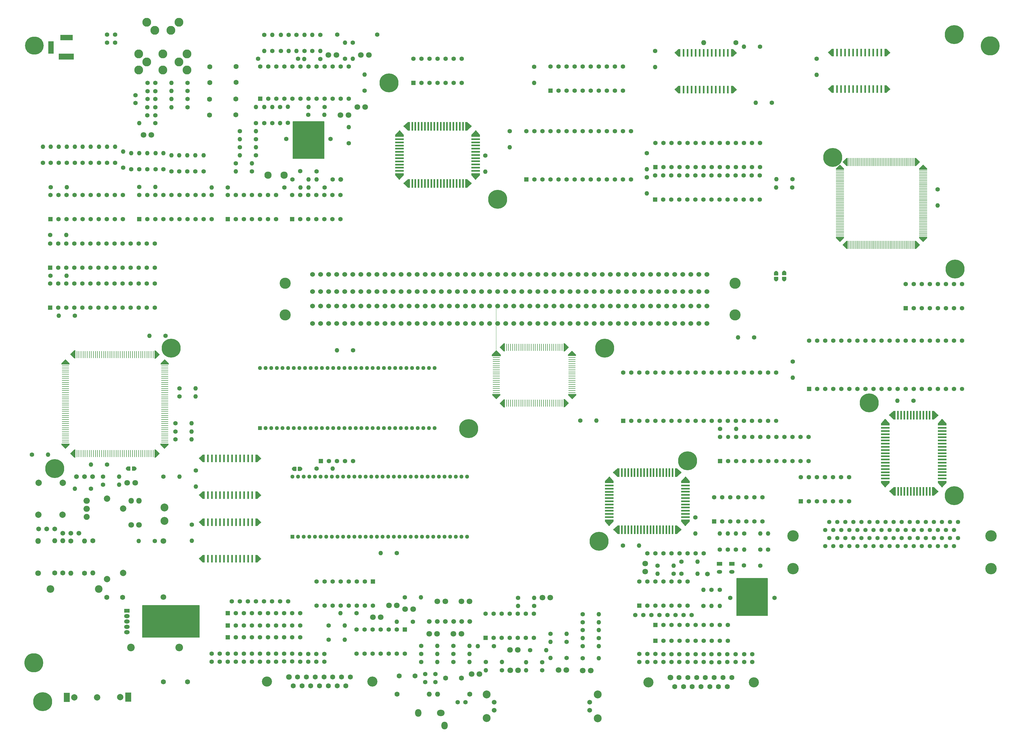
<source format=gts>
G04 #@! TF.GenerationSoftware,KiCad,Pcbnew,7.0.1-0*
G04 #@! TF.CreationDate,2023-04-10T17:15:57+01:00*
G04 #@! TF.ProjectId,NeoGeoAES3_5,4e656f47-656f-4414-9553-335f352e6b69,rev?*
G04 #@! TF.SameCoordinates,Original*
G04 #@! TF.FileFunction,Soldermask,Top*
G04 #@! TF.FilePolarity,Negative*
%FSLAX46Y46*%
G04 Gerber Fmt 4.6, Leading zero omitted, Abs format (unit mm)*
G04 Created by KiCad (PCBNEW 7.0.1-0) date 2023-04-10 17:15:57*
%MOMM*%
%LPD*%
G01*
G04 APERTURE LIST*
G04 Aperture macros list*
%AMFreePoly0*
4,1,40,0.655063,0.650106,0.670902,0.650106,0.683715,0.640796,0.698779,0.635902,0.708088,0.623088,0.720902,0.613779,0.725796,0.598715,0.735106,0.585902,0.735106,0.570063,0.740000,0.555000,0.740000,-0.555000,0.735106,-0.570063,0.735106,-0.585902,0.725796,-0.598715,0.720902,-0.613779,0.708088,-0.623088,0.698779,-0.635902,0.683715,-0.640796,0.670902,-0.650106,0.655063,-0.650106,
0.640000,-0.655000,0.000000,-0.655000,-0.014700,-0.650224,-0.078952,-0.650224,-0.232266,-0.612436,-0.372082,-0.539054,-0.490275,-0.434345,-0.579974,-0.304394,-0.635967,-0.156752,-0.655000,0.000000,-0.635967,0.156752,-0.579974,0.304394,-0.490275,0.434345,-0.372082,0.539054,-0.232266,0.612436,-0.078952,0.650224,-0.014700,0.650224,0.000000,0.655000,0.640000,0.655000,0.655063,0.650106,
0.655063,0.650106,$1*%
%AMFreePoly1*
4,1,28,-0.001450,1.452833,0.015923,1.446024,0.016143,1.445519,0.016652,1.445308,1.271607,0.187012,1.278894,0.169352,1.286204,0.151830,1.286164,0.151733,1.286204,0.151637,1.282613,0.143000,1.285750,0.143000,1.285750,-0.143000,-1.285750,-0.143000,-1.285750,0.143000,-1.285136,0.143000,-1.285807,0.144537,-1.285644,0.144952,-1.285817,0.145367,-1.278679,0.162720,-1.271842,0.180166,
-0.054775,1.444673,-0.054269,1.444893,-0.054058,1.445402,-0.036817,1.452516,-0.019706,1.459990,-0.019193,1.459788,-0.018684,1.459999,-0.001450,1.452833,-0.001450,1.452833,$1*%
%AMFreePoly2*
4,1,63,0.013112,1.573655,0.024260,1.571646,0.024773,1.571444,0.024729,1.571333,0.027389,1.570802,0.043499,1.564103,0.059712,1.557749,0.062046,1.556252,0.062096,1.556372,0.062605,1.556161,0.072074,1.549822,0.099178,1.532445,0.100170,1.531016,0.101618,1.530048,1.356573,0.271752,1.382535,0.232784,1.389748,0.215301,1.396953,0.198033,1.406204,0.152077,1.406164,0.151878,
1.406204,0.151683,1.405017,0.145733,1.405750,0.143000,1.405750,-0.143000,1.389673,-0.203000,1.345750,-0.246923,1.285750,-0.263000,-1.285750,-0.263000,-1.345750,-0.246923,-1.389673,-0.203000,-1.405750,-0.143000,-1.405750,0.142130,-1.405786,0.142295,-1.405750,0.142495,-1.405750,0.143000,-1.405548,0.143751,-1.405817,0.145084,-1.399566,0.176905,-1.397500,0.188407,-1.397337,0.188822,
-1.397234,0.188781,-1.396795,0.191017,-1.390040,0.207438,-1.383569,0.223951,-1.358301,0.263381,-0.141234,1.527888,-0.139807,1.528879,-0.138841,1.530324,-0.111549,1.548517,-0.102622,1.554721,-0.102116,1.554941,-0.102070,1.554835,-0.099829,1.556330,-0.083706,1.562982,-0.067739,1.569957,-0.065101,1.570533,-0.065146,1.570641,-0.064637,1.570852,-0.053610,1.573043,-0.021908,1.579970,
-0.020259,1.579672,-0.018619,1.579999,0.013112,1.573655,0.013112,1.573655,$1*%
%AMFreePoly3*
4,1,26,1.215375,-0.272783,1.219129,-0.293174,1.215134,-0.301521,1.215147,-0.310775,1.202071,-0.328822,1.192453,-0.348924,0.052453,-1.547298,0.035690,-1.556372,0.021661,-1.569283,0.009164,-1.570733,-0.001897,-1.576722,-0.020792,-1.574210,-0.039730,-1.576409,-0.050692,-1.570237,-0.063161,-1.568580,-0.076973,-1.555440,-0.093585,-1.546088,-1.193585,-0.350713,-1.202483,-0.331297,-1.215065,-0.314028,
-1.215078,-0.303813,-1.219334,-0.294528,-1.215375,-0.274860,-1.215375,0.282999,1.215375,0.282999,1.215375,-0.272783,1.215375,-0.272783,$1*%
%AMFreePoly4*
4,1,28,1.390750,-0.283000,1.386757,-0.283000,1.389168,-0.295879,1.385106,-0.304434,1.385106,-0.313902,1.372128,-0.331763,1.362658,-0.351709,0.022657,-1.768709,0.004737,-1.778479,-0.010624,-1.791922,-0.021775,-1.792934,-0.031605,-1.798294,-0.051846,-1.795665,-0.072174,-1.797511,-0.081789,-1.791776,-0.092894,-1.790334,-0.107726,-1.776307,-0.125254,-1.765854,-1.365254,-0.348854,-1.373217,-0.330265,
-1.385106,-0.313902,-1.385106,-0.302513,-1.389591,-0.292044,-1.387534,-0.283000,-1.390750,-0.283000,-1.390750,0.283000,1.390750,0.283000,1.390750,-0.283000,1.390750,-0.283000,$1*%
%AMFreePoly5*
4,1,32,-0.021729,1.813069,-0.011263,1.812192,0.004697,1.798420,0.023136,1.788199,1.363136,0.351199,1.372324,0.331494,1.385106,0.313902,1.385106,0.305890,1.388752,0.298754,1.388459,0.296892,1.389255,0.295186,1.386886,0.283000,1.390750,0.283000,1.390750,-0.283000,-1.390750,-0.283000,-1.390750,0.283000,-1.387691,0.283000,-1.389651,0.291352,-1.388925,0.293078,-1.389288,0.294917,
-1.385106,0.303949,-1.385106,0.313902,-1.373414,0.329994,-1.365710,0.348330,-0.125710,1.785330,-0.107681,1.796252,-0.092261,1.810632,-0.081833,1.811912,-0.072850,1.817355,-0.051843,1.815593,-0.030918,1.818163,-0.021729,1.813069,-0.021729,1.813069,$1*%
G04 Aperture macros list end*
%ADD10C,0.150000*%
%ADD11C,1.400000*%
%ADD12O,1.400000X1.400000*%
%ADD13R,1.400000X1.400000*%
%ADD14O,2.400000X2.400000*%
%ADD15C,2.400000*%
%ADD16C,1.600000*%
%ADD17O,1.600000X1.600000*%
%ADD18C,1.500000*%
%ADD19FreePoly0,180.000000*%
%ADD20FreePoly0,0.000000*%
%ADD21C,6.000000*%
%ADD22C,1.800000*%
%ADD23C,1.350000*%
%ADD24C,2.000000*%
%ADD25R,1.875396X2.889996*%
%ADD26FreePoly0,90.000000*%
%ADD27FreePoly0,270.000000*%
%ADD28O,5.900000X5.600000*%
%ADD29C,3.600000*%
%ADD30C,1.348000*%
%ADD31FreePoly1,270.000000*%
%ADD32R,0.286000X2.571500*%
%ADD33FreePoly1,90.000000*%
%ADD34FreePoly1,0.000000*%
%ADD35R,2.571500X0.286000*%
%ADD36FreePoly1,180.000000*%
%ADD37C,3.200000*%
%ADD38O,1.800000X1.800000*%
%ADD39O,6.000000X6.000000*%
%ADD40R,0.286000X2.280000*%
%ADD41FreePoly2,0.000000*%
%ADD42R,2.280000X0.286000*%
%ADD43C,3.500000*%
%ADD44C,1.524000*%
%ADD45C,2.300000*%
%ADD46R,4.820000X1.840000*%
%ADD47R,4.000000X1.800000*%
%ADD48R,1.800000X4.000000*%
%ADD49FreePoly3,270.000000*%
%ADD50R,0.565998X2.430750*%
%ADD51FreePoly3,90.000000*%
%ADD52C,1.905000*%
%ADD53O,2.000000X1.905000*%
%ADD54C,2.500000*%
%ADD55FreePoly4,0.000000*%
%ADD56R,2.781500X0.566000*%
%ADD57FreePoly5,0.000000*%
%ADD58FreePoly4,90.000000*%
%ADD59R,0.566000X2.781500*%
%ADD60FreePoly4,270.000000*%
%ADD61O,2.000000X2.400000*%
%ADD62O,2.400000X2.000000*%
%ADD63R,1.700000X1.200000*%
%ADD64O,1.700000X1.200000*%
%ADD65R,1.300000X1.300000*%
%ADD66O,1.300000X1.300000*%
%ADD67C,1.320000*%
%ADD68FreePoly5,270.000000*%
%ADD69FreePoly4,180.000000*%
%ADD70R,1.800000X1.275000*%
%ADD71O,1.800000X1.275000*%
%ADD72C,2.800000*%
G04 APERTURE END LIST*
D10*
X75320000Y-220620000D02*
X93200000Y-220620000D01*
X93200000Y-230730000D01*
X75320000Y-230730000D01*
X75320000Y-220620000D01*
G36*
X75320000Y-220620000D02*
G01*
X93200000Y-220620000D01*
X93200000Y-230730000D01*
X75320000Y-230730000D01*
X75320000Y-220620000D01*
G37*
X122780000Y-67870000D02*
X132570000Y-67870000D01*
X132570000Y-79570000D01*
X122780000Y-79570000D01*
X122780000Y-67870000D01*
G36*
X122780000Y-67870000D02*
G01*
X132570000Y-67870000D01*
X132570000Y-79570000D01*
X122780000Y-79570000D01*
X122780000Y-67870000D01*
G37*
X262813800Y-212115400D02*
X272592800Y-212115400D01*
X272592800Y-223824800D01*
X262813800Y-223824800D01*
X262813800Y-212115400D01*
G36*
X262813800Y-212115400D02*
G01*
X272592800Y-212115400D01*
X272592800Y-223824800D01*
X262813800Y-223824800D01*
X262813800Y-212115400D01*
G37*
D11*
X139200000Y-48127500D03*
D12*
X139200000Y-43047500D03*
D11*
X131447500Y-48140000D03*
D12*
X126367500Y-48140000D03*
D11*
X198887500Y-220780000D03*
D12*
X193807500Y-220780000D03*
D11*
X64130000Y-80970000D03*
D12*
X64130000Y-75890000D03*
D11*
X92137500Y-178090000D03*
D12*
X92137500Y-183170000D03*
D13*
X237190000Y-231850000D03*
D11*
X239730000Y-231850000D03*
X242270000Y-231850000D03*
X244810000Y-231850000D03*
X247350000Y-231850000D03*
X249890000Y-231850000D03*
X252430000Y-231850000D03*
X254970000Y-231850000D03*
X257510000Y-231850000D03*
X260050000Y-231850000D03*
X158122500Y-218140000D03*
D12*
X163202500Y-218140000D03*
D11*
X197652500Y-234770000D03*
D12*
X202732500Y-234770000D03*
D13*
X237140000Y-82280000D03*
D11*
X239680000Y-82280000D03*
X242220000Y-82280000D03*
X244760000Y-82280000D03*
X247300000Y-82280000D03*
X249840000Y-82280000D03*
X252380000Y-82280000D03*
X254920000Y-82280000D03*
X257460000Y-82280000D03*
X260000000Y-82280000D03*
X262540000Y-82280000D03*
X265080000Y-82280000D03*
X267620000Y-82280000D03*
X270160000Y-82280000D03*
X270160000Y-74660000D03*
X267620000Y-74660000D03*
X265080000Y-74660000D03*
X262540000Y-74660000D03*
X260000000Y-74660000D03*
X257460000Y-74660000D03*
X254920000Y-74660000D03*
X252380000Y-74660000D03*
X249840000Y-74660000D03*
X247300000Y-74660000D03*
X244760000Y-74660000D03*
X242220000Y-74660000D03*
X239680000Y-74660000D03*
X237140000Y-74660000D03*
X267742500Y-238515000D03*
X267742500Y-236015000D03*
X268317500Y-136050000D03*
D12*
X263237500Y-136050000D03*
D11*
X141690000Y-43050000D03*
D12*
X141690000Y-48130000D03*
D14*
X46280000Y-215505000D03*
D15*
X61520000Y-215505000D03*
D16*
X52650000Y-200310000D03*
D17*
X52650000Y-210470000D03*
D11*
X163260000Y-235980000D03*
D12*
X168340000Y-235980000D03*
D18*
X50130000Y-197850000D03*
X52670000Y-197850000D03*
X55210000Y-197850000D03*
D19*
X72710000Y-177500000D03*
D20*
X70740000Y-177505000D03*
D21*
X43815000Y-251053600D03*
D11*
X163260000Y-238540000D03*
D12*
X168340000Y-238540000D03*
D13*
X74305000Y-98750000D03*
D11*
X76845000Y-98750000D03*
X79385000Y-98750000D03*
X81925000Y-98750000D03*
X84465000Y-98750000D03*
X87005000Y-98750000D03*
X89545000Y-98750000D03*
X92085000Y-98750000D03*
X94625000Y-98750000D03*
X97165000Y-98750000D03*
X97165000Y-91130000D03*
X94625000Y-91130000D03*
X92085000Y-91130000D03*
X89545000Y-91130000D03*
X87005000Y-91130000D03*
X84465000Y-91130000D03*
X81925000Y-91130000D03*
X79385000Y-91130000D03*
X76845000Y-91130000D03*
X74305000Y-91130000D03*
X59029600Y-183788300D03*
D12*
X53949600Y-183788300D03*
D18*
X54490000Y-179980000D03*
X59570000Y-179980000D03*
X57030000Y-179980000D03*
D22*
X153080000Y-220660000D03*
X155580000Y-220660000D03*
D11*
X79350000Y-60770000D03*
X76850000Y-60770000D03*
D13*
X285655000Y-152295000D03*
D11*
X288195000Y-152295000D03*
X290735000Y-152295000D03*
X293275000Y-152295000D03*
X295815000Y-152295000D03*
X298355000Y-152295000D03*
X300895000Y-152295000D03*
X303435000Y-152295000D03*
X305975000Y-152295000D03*
X308515000Y-152295000D03*
X311055000Y-152295000D03*
X313595000Y-152295000D03*
X316135000Y-152295000D03*
X318675000Y-152295000D03*
X321215000Y-152295000D03*
X323755000Y-152295000D03*
X326295000Y-152295000D03*
X328835000Y-152295000D03*
X331375000Y-152295000D03*
D23*
X333915000Y-152295000D03*
D11*
X333915000Y-137055000D03*
X331375000Y-137055000D03*
X328835000Y-137055000D03*
X326295000Y-137055000D03*
X323755000Y-137055000D03*
X321215000Y-137055000D03*
X318675000Y-137055000D03*
X316135000Y-137055000D03*
X313595000Y-137055000D03*
X311055000Y-137055000D03*
X308515000Y-137055000D03*
X305975000Y-137055000D03*
X303435000Y-137055000D03*
X300895000Y-137055000D03*
X298355000Y-137055000D03*
X295815000Y-137055000D03*
X293275000Y-137055000D03*
X290735000Y-137055000D03*
X288195000Y-137055000D03*
X285655000Y-137055000D03*
X76820000Y-83020000D03*
D12*
X76820000Y-77940000D03*
D11*
X209110000Y-232190000D03*
D12*
X204030000Y-232190000D03*
D11*
X61530000Y-80970000D03*
D12*
X61530000Y-75890000D03*
D11*
X188750000Y-241120000D03*
D12*
X183670000Y-241120000D03*
D11*
X66630000Y-80970000D03*
D12*
X66630000Y-75890000D03*
D22*
X147990000Y-224410000D03*
X150490000Y-224410000D03*
D11*
X214230000Y-223400000D03*
D12*
X219310000Y-223400000D03*
D13*
X283090000Y-187790000D03*
D11*
X285630000Y-187790000D03*
X288170000Y-187790000D03*
X290710000Y-187790000D03*
X293250000Y-187790000D03*
X295790000Y-187790000D03*
X298330000Y-187790000D03*
X298330000Y-180170000D03*
X295790000Y-180170000D03*
X293250000Y-180170000D03*
X290710000Y-180170000D03*
X288170000Y-180170000D03*
X285630000Y-180170000D03*
X283090000Y-180170000D03*
X104707500Y-235925000D03*
X104707500Y-238425000D03*
D21*
X331780000Y-114490000D03*
D11*
X132740400Y-88747600D03*
D12*
X127660400Y-88747600D03*
D11*
X201430000Y-241120000D03*
D12*
X196350000Y-241120000D03*
D13*
X227020000Y-162400000D03*
D11*
X229560000Y-162400000D03*
X232100000Y-162400000D03*
X234640000Y-162400000D03*
X237180000Y-162400000D03*
X239720000Y-162400000D03*
X242260000Y-162400000D03*
X244800000Y-162400000D03*
X247340000Y-162400000D03*
X249880000Y-162400000D03*
X252420000Y-162400000D03*
X254960000Y-162400000D03*
X257500000Y-162400000D03*
X260040000Y-162400000D03*
X262580000Y-162400000D03*
X265120000Y-162400000D03*
X267660000Y-162400000D03*
X270200000Y-162400000D03*
X272740000Y-162400000D03*
D23*
X275280000Y-162400000D03*
D11*
X275280000Y-147160000D03*
X272740000Y-147160000D03*
X270200000Y-147160000D03*
X267660000Y-147160000D03*
X265120000Y-147160000D03*
X262580000Y-147160000D03*
X260040000Y-147160000D03*
X257500000Y-147160000D03*
X254960000Y-147160000D03*
X252420000Y-147160000D03*
X249880000Y-147160000D03*
X247340000Y-147160000D03*
X244800000Y-147160000D03*
X242260000Y-147160000D03*
X239720000Y-147160000D03*
X237180000Y-147160000D03*
X234640000Y-147160000D03*
X232100000Y-147160000D03*
X229560000Y-147160000D03*
X227020000Y-147160000D03*
D18*
X173520000Y-225732500D03*
X176060000Y-225732500D03*
X178600000Y-225732500D03*
D13*
X46150000Y-114010000D03*
D11*
X48690000Y-114010000D03*
X51230000Y-114010000D03*
X53770000Y-114010000D03*
X56310000Y-114010000D03*
X58850000Y-114010000D03*
X61390000Y-114010000D03*
X63930000Y-114010000D03*
X66470000Y-114010000D03*
X69010000Y-114010000D03*
X71550000Y-114010000D03*
X74090000Y-114010000D03*
X76630000Y-114010000D03*
X79170000Y-114010000D03*
X79170000Y-106390000D03*
X76630000Y-106390000D03*
X74090000Y-106390000D03*
X71550000Y-106390000D03*
X69010000Y-106390000D03*
X66470000Y-106390000D03*
X63930000Y-106390000D03*
X61390000Y-106390000D03*
X58850000Y-106390000D03*
X56310000Y-106390000D03*
X53770000Y-106390000D03*
X51230000Y-106390000D03*
X48690000Y-106390000D03*
X46150000Y-106390000D03*
D13*
X204060000Y-58160000D03*
D11*
X206600000Y-58160000D03*
X209140000Y-58160000D03*
X211680000Y-58160000D03*
X214220000Y-58160000D03*
X216760000Y-58160000D03*
X219300000Y-58160000D03*
X221840000Y-58160000D03*
X224380000Y-58160000D03*
X226920000Y-58160000D03*
X226920000Y-50540000D03*
X224380000Y-50540000D03*
X221840000Y-50540000D03*
X219300000Y-50540000D03*
X216760000Y-50540000D03*
X214220000Y-50540000D03*
X211680000Y-50540000D03*
X209140000Y-50540000D03*
X206600000Y-50540000D03*
X204060000Y-50540000D03*
X64090000Y-43010000D03*
X64090000Y-40510000D03*
D24*
X53750000Y-249650000D03*
X61000000Y-249650000D03*
X68260000Y-249640000D03*
D25*
X51420000Y-249650000D03*
X70820000Y-249640000D03*
D26*
X275280000Y-117690000D03*
D27*
X275275000Y-115720000D03*
D11*
X114950000Y-235900000D03*
X114950000Y-238400000D03*
X262572500Y-203030000D03*
D12*
X262572500Y-197950000D03*
D21*
X247310000Y-175030000D03*
D28*
X41198800Y-43967400D03*
D22*
X173420000Y-229650000D03*
X175920000Y-229650000D03*
D11*
X242900200Y-210642200D03*
D12*
X237820200Y-210642200D03*
D29*
X280570000Y-209010000D03*
X280580000Y-198750000D03*
X343100000Y-198760000D03*
X343100000Y-209030000D03*
D30*
X290790000Y-196880000D03*
X292060000Y-194340000D03*
X293330000Y-196880000D03*
X294600000Y-194340000D03*
X295870000Y-196880000D03*
X297140000Y-194340000D03*
X298410000Y-196880000D03*
X299680000Y-194340000D03*
X300950000Y-196880000D03*
X302220000Y-194340000D03*
X303490000Y-196880000D03*
X304760000Y-194340000D03*
X306030000Y-196880000D03*
X307300000Y-194340000D03*
X308570000Y-196880000D03*
X309840000Y-194340000D03*
X311110000Y-196880000D03*
X312380000Y-194340000D03*
X313650000Y-196880000D03*
X314920000Y-194340000D03*
X316190000Y-196880000D03*
X317460000Y-194340000D03*
X318730000Y-196880000D03*
X320000000Y-194340000D03*
X321270000Y-196880000D03*
X322540000Y-194340000D03*
X323810000Y-196880000D03*
X325080000Y-194340000D03*
X326350000Y-196880000D03*
X327620000Y-194340000D03*
X328890000Y-196880000D03*
X330160000Y-194340000D03*
X331430000Y-196880000D03*
X332700000Y-194340000D03*
X290790000Y-201960000D03*
X292060000Y-199420000D03*
X293330000Y-201960000D03*
X294600000Y-199420000D03*
X295870000Y-201960000D03*
X297140000Y-199420000D03*
X298410000Y-201960000D03*
X299680000Y-199420000D03*
X300950000Y-201960000D03*
X302220000Y-199420000D03*
X303490000Y-201960000D03*
X304760000Y-199420000D03*
X306030000Y-201960000D03*
X307300000Y-199420000D03*
X308570000Y-201960000D03*
X309840000Y-199420000D03*
X311110000Y-201960000D03*
X312380000Y-199420000D03*
X313650000Y-201960000D03*
X314920000Y-199420000D03*
X316190000Y-201960000D03*
X317460000Y-199420000D03*
X318730000Y-201960000D03*
X320000000Y-199420000D03*
X321270000Y-201960000D03*
X322540000Y-199420000D03*
X323810000Y-201960000D03*
X325080000Y-199420000D03*
X326350000Y-201960000D03*
X327620000Y-199420000D03*
X328890000Y-201960000D03*
X330160000Y-199420000D03*
X331430000Y-201960000D03*
X332700000Y-199420000D03*
D13*
X232080000Y-220730000D03*
D11*
X234620000Y-220730000D03*
X237160000Y-220730000D03*
X239700000Y-220730000D03*
X242240000Y-220730000D03*
X244780000Y-220730000D03*
X247320000Y-220730000D03*
X247320000Y-213110000D03*
X244780000Y-213110000D03*
X242240000Y-213110000D03*
X239700000Y-213110000D03*
X237160000Y-213110000D03*
X234620000Y-213110000D03*
X232080000Y-213110000D03*
X237100000Y-45620000D03*
D12*
X237100000Y-50700000D03*
D11*
X86950000Y-154652500D03*
D12*
X92030000Y-154652500D03*
D21*
X304680000Y-156750000D03*
D13*
X102200000Y-227000000D03*
D11*
X104740000Y-227000000D03*
X107280000Y-227000000D03*
X109820000Y-227000000D03*
X112360000Y-227000000D03*
X114900000Y-227000000D03*
X117440000Y-227000000D03*
X119980000Y-227000000D03*
X122520000Y-227000000D03*
X125060000Y-227000000D03*
D13*
X183610000Y-230860000D03*
D11*
X186150000Y-230860000D03*
X188690000Y-230860000D03*
X191230000Y-230860000D03*
X193770000Y-230860000D03*
X196310000Y-230860000D03*
X198850000Y-230860000D03*
X198850000Y-223240000D03*
X196310000Y-223240000D03*
X193770000Y-223240000D03*
X191230000Y-223240000D03*
X188690000Y-223240000D03*
X186150000Y-223240000D03*
X183610000Y-223240000D03*
X97130000Y-238410000D03*
X97130000Y-235910000D03*
D16*
X104800000Y-50545000D03*
X104800000Y-55545000D03*
D11*
X160660000Y-225830000D03*
D12*
X155580000Y-225830000D03*
D11*
X112397500Y-235905000D03*
X112397500Y-238405000D03*
D22*
X158210000Y-221855000D03*
X160710000Y-221855000D03*
D11*
X234594400Y-204260000D03*
X237134400Y-204260000D03*
X239674400Y-204260000D03*
X242214400Y-204260000D03*
X244754400Y-204260000D03*
X247294400Y-204260000D03*
X249834400Y-204260000D03*
X252374400Y-204260000D03*
D20*
X123100000Y-177525000D03*
D19*
X125070000Y-177520000D03*
D11*
X131410000Y-40520000D03*
D12*
X131410000Y-45600000D03*
D11*
X254900000Y-236060000D03*
X254900000Y-238560000D03*
D13*
X196440000Y-86210000D03*
D11*
X198980000Y-86210000D03*
X201520000Y-86210000D03*
X204060000Y-86210000D03*
X206600000Y-86210000D03*
X209140000Y-86210000D03*
X211680000Y-86210000D03*
X214220000Y-86210000D03*
X216760000Y-86210000D03*
X219300000Y-86210000D03*
X221840000Y-86210000D03*
X224380000Y-86210000D03*
X226920000Y-86210000D03*
X229460000Y-86210000D03*
X229460000Y-70970000D03*
X226920000Y-70970000D03*
X224380000Y-70970000D03*
X221840000Y-70970000D03*
X219300000Y-70970000D03*
X216760000Y-70970000D03*
X214220000Y-70970000D03*
X211680000Y-70970000D03*
X209140000Y-70970000D03*
X206600000Y-70970000D03*
X204060000Y-70970000D03*
X201520000Y-70970000D03*
X198980000Y-70970000D03*
X196440000Y-70970000D03*
D16*
X50120000Y-210440000D03*
D17*
X50120000Y-200280000D03*
D11*
X140390000Y-74737500D03*
D12*
X140390000Y-69657500D03*
D11*
X46200000Y-103762500D03*
D12*
X51280000Y-103762500D03*
D22*
X179140000Y-242340000D03*
X181640000Y-242340000D03*
D13*
X112430000Y-60710000D03*
D11*
X114970000Y-60710000D03*
X117510000Y-60710000D03*
X120050000Y-60710000D03*
X122590000Y-60710000D03*
X125130000Y-60710000D03*
X127670000Y-60710000D03*
X130210000Y-60710000D03*
X132750000Y-60710000D03*
X135290000Y-60710000D03*
X137830000Y-60710000D03*
X140370000Y-60710000D03*
X140370000Y-50550000D03*
X137830000Y-50550000D03*
X135290000Y-50550000D03*
X132750000Y-50550000D03*
X130210000Y-50550000D03*
X127670000Y-50550000D03*
X125130000Y-50550000D03*
X122590000Y-50550000D03*
X120050000Y-50550000D03*
X117510000Y-50550000D03*
X114970000Y-50550000D03*
X112430000Y-50550000D03*
D31*
X319210000Y-80690000D03*
D32*
X318710000Y-80690000D03*
X318210000Y-80690000D03*
X317710000Y-80690000D03*
X317210000Y-80690000D03*
X316710000Y-80690000D03*
X316210000Y-80690000D03*
X315710000Y-80690000D03*
X315210000Y-80690000D03*
X314710000Y-80690000D03*
X314210000Y-80690000D03*
X313710000Y-80690000D03*
X313210000Y-80690000D03*
X312710000Y-80690000D03*
X312210000Y-80690000D03*
X311710000Y-80690000D03*
X311210000Y-80690000D03*
X310710000Y-80690000D03*
X310210000Y-80690000D03*
X309710000Y-80690000D03*
X309210000Y-80690000D03*
X308710000Y-80690000D03*
X308210000Y-80690000D03*
X307710000Y-80690000D03*
X307210000Y-80690000D03*
X306710000Y-80690000D03*
X306210000Y-80690000D03*
X305710000Y-80690000D03*
X305210000Y-80690000D03*
X304710000Y-80690000D03*
X304210000Y-80690000D03*
X303710000Y-80690000D03*
X303210000Y-80690000D03*
X302710000Y-80690000D03*
X302210000Y-80690000D03*
X301710000Y-80690000D03*
X301210000Y-80690000D03*
X300710000Y-80690000D03*
X300210000Y-80690000D03*
X299710000Y-80690000D03*
X299210000Y-80690000D03*
X298710000Y-80690000D03*
X298210000Y-80690000D03*
D33*
X297710000Y-80690000D03*
D34*
X295410000Y-83000000D03*
D35*
X295410000Y-83500000D03*
X295410000Y-84000000D03*
X295410000Y-84500000D03*
X295410000Y-85000000D03*
X295410000Y-85500000D03*
X295410000Y-86000000D03*
X295410000Y-86500000D03*
X295410000Y-87000000D03*
X295410000Y-87500000D03*
X295410000Y-88000000D03*
X295410000Y-88500000D03*
X295410000Y-89000000D03*
X295410000Y-89500000D03*
X295410000Y-90000000D03*
X295410000Y-90500000D03*
X295410000Y-91000000D03*
X295410000Y-91500000D03*
X295410000Y-92000000D03*
X295410000Y-92500000D03*
X295410000Y-93000000D03*
X295410000Y-93500000D03*
X295410000Y-94000000D03*
X295410000Y-94500000D03*
X295410000Y-95000000D03*
X295410000Y-95500000D03*
X295410000Y-96000000D03*
X295410000Y-96500000D03*
X295410000Y-97000000D03*
X295410000Y-97500000D03*
X295410000Y-98000000D03*
X295410000Y-98500000D03*
X295410000Y-99000000D03*
X295410000Y-99500000D03*
X295410000Y-100000000D03*
X295410000Y-100500000D03*
X295410000Y-101000000D03*
X295410000Y-101500000D03*
X295410000Y-102000000D03*
X295410000Y-102500000D03*
X295410000Y-103000000D03*
X295410000Y-103500000D03*
X295410000Y-104000000D03*
D36*
X295410000Y-104500000D03*
D33*
X297710000Y-106870000D03*
D32*
X298210000Y-106870000D03*
X298710000Y-106870000D03*
X299210000Y-106870000D03*
X299710000Y-106870000D03*
X300210000Y-106870000D03*
X300710000Y-106870000D03*
X301210000Y-106870000D03*
X301710000Y-106870000D03*
X302210000Y-106870000D03*
X302710000Y-106870000D03*
X303210000Y-106870000D03*
X303710000Y-106870000D03*
X304210000Y-106870000D03*
X304710000Y-106870000D03*
X305210000Y-106870000D03*
X305710000Y-106870000D03*
X306210000Y-106870000D03*
X306710000Y-106870000D03*
X307210000Y-106870000D03*
X307710000Y-106870000D03*
X308210000Y-106870000D03*
X308710000Y-106870000D03*
X309210000Y-106870000D03*
X309710000Y-106870000D03*
X310210000Y-106870000D03*
X310710000Y-106870000D03*
X311210000Y-106870000D03*
X311710000Y-106870000D03*
X312210000Y-106870000D03*
X312710000Y-106870000D03*
X313210000Y-106870000D03*
X313710000Y-106870000D03*
X314210000Y-106870000D03*
X314710000Y-106870000D03*
X315210000Y-106870000D03*
X315710000Y-106870000D03*
X316210000Y-106870000D03*
X316710000Y-106870000D03*
X317210000Y-106870000D03*
X317710000Y-106870000D03*
X318210000Y-106870000D03*
X318710000Y-106870000D03*
D31*
X319210000Y-106870000D03*
D36*
X321640000Y-104510000D03*
D35*
X321640000Y-104010000D03*
X321640000Y-103510000D03*
X321640000Y-103010000D03*
X321640000Y-102510000D03*
X321640000Y-102010000D03*
X321640000Y-101510000D03*
X321640000Y-101010000D03*
X321640000Y-100510000D03*
X321640000Y-100010000D03*
X321640000Y-99510000D03*
X321640000Y-99010000D03*
X321640000Y-98510000D03*
X321640000Y-98010000D03*
X321640000Y-97510000D03*
X321640000Y-97010000D03*
X321640000Y-96510000D03*
X321640000Y-96010000D03*
X321640000Y-95510000D03*
X321640000Y-95010000D03*
X321640000Y-94510000D03*
X321640000Y-94010000D03*
X321640000Y-93510000D03*
X321640000Y-93010000D03*
X321640000Y-92510000D03*
X321640000Y-92010000D03*
X321640000Y-91510000D03*
X321640000Y-91010000D03*
X321640000Y-90510000D03*
X321640000Y-90010000D03*
X321640000Y-89510000D03*
X321640000Y-89010000D03*
X321640000Y-88510000D03*
X321640000Y-88010000D03*
X321640000Y-87510000D03*
X321640000Y-87010000D03*
X321640000Y-86510000D03*
X321640000Y-86010000D03*
X321640000Y-85510000D03*
X321640000Y-85010000D03*
X321640000Y-84510000D03*
X321640000Y-84010000D03*
X321640000Y-83510000D03*
D34*
X321640000Y-83010000D03*
D11*
X167750000Y-242341400D03*
X167750000Y-244841400D03*
X191207500Y-70990000D03*
D12*
X191207500Y-76070000D03*
D37*
X234935000Y-244950000D03*
X268235000Y-244950000D03*
D16*
X261255000Y-243450000D03*
X258485000Y-243450000D03*
X255715000Y-243450000D03*
X252945000Y-243450000D03*
X250175000Y-243450000D03*
X247405000Y-243450000D03*
X244635000Y-243450000D03*
D22*
X241865000Y-243450000D03*
D16*
X259870000Y-246290000D03*
X257100000Y-246290000D03*
X254330000Y-246290000D03*
X251560000Y-246290000D03*
X248790000Y-246290000D03*
X246020000Y-246290000D03*
X243250000Y-246290000D03*
D11*
X239667500Y-236015000D03*
X239667500Y-238515000D03*
X69150000Y-82437500D03*
D12*
X69150000Y-77357500D03*
D11*
X99647500Y-235925000D03*
X99647500Y-238425000D03*
D22*
X71755000Y-195224400D03*
D38*
X71755000Y-187604400D03*
D11*
X92000000Y-83627500D03*
D12*
X92000000Y-78547500D03*
D24*
X69180000Y-190110000D03*
X69210000Y-210440000D03*
D39*
X342823800Y-44018200D03*
D11*
X64080000Y-176207500D03*
D12*
X59000000Y-176207500D03*
D11*
X89527500Y-63380000D03*
D12*
X84447500Y-63380000D03*
D22*
X165780000Y-229650000D03*
X168280000Y-229650000D03*
D11*
X245351300Y-210667600D03*
D12*
X250431300Y-210667600D03*
D11*
X155560000Y-204137500D03*
D12*
X150480000Y-204137500D03*
D22*
X206580000Y-241070000D03*
X209080000Y-241070000D03*
D31*
X208360000Y-139170000D03*
D40*
X207710000Y-139180000D03*
X207060000Y-139180000D03*
X206410000Y-139180000D03*
X205760000Y-139180000D03*
X205110000Y-139180000D03*
X204460000Y-139180000D03*
X203810000Y-139180000D03*
X203160000Y-139180000D03*
X202510000Y-139180000D03*
X201860000Y-139180000D03*
X201210000Y-139180000D03*
X200560000Y-139180000D03*
X199910000Y-139180000D03*
X199260000Y-139180000D03*
X198610000Y-139180000D03*
X197960000Y-139180000D03*
X197310000Y-139180000D03*
X196660000Y-139180000D03*
X196010000Y-139180000D03*
X195360000Y-139180000D03*
X194710000Y-139180000D03*
X194060000Y-139180000D03*
X193410000Y-139180000D03*
X192760000Y-139180000D03*
X192110000Y-139180000D03*
X191460000Y-139180000D03*
X190810000Y-139180000D03*
X190160000Y-139180000D03*
D33*
X189510000Y-139220000D03*
D41*
X186930000Y-141770000D03*
D42*
X186950000Y-142420000D03*
X186950000Y-143070000D03*
X186950000Y-143720000D03*
X186950000Y-144370000D03*
X186950000Y-145020000D03*
X186950000Y-145670000D03*
X186950000Y-146320000D03*
X186950000Y-146970000D03*
X186950000Y-147620000D03*
X186950000Y-148270000D03*
X186950000Y-148920000D03*
X186950000Y-149570000D03*
X186950000Y-150220000D03*
X186950000Y-150870000D03*
X186950000Y-151520000D03*
X186950000Y-152170000D03*
X186950000Y-152820000D03*
X186950000Y-153470000D03*
D36*
X186990000Y-154120000D03*
D33*
X189510000Y-156870000D03*
D40*
X190160000Y-156830000D03*
X190810000Y-156830000D03*
X191460000Y-156830000D03*
X192110000Y-156830000D03*
X192760000Y-156830000D03*
X193410000Y-156830000D03*
X194060000Y-156830000D03*
X194710000Y-156830000D03*
X195360000Y-156830000D03*
X196010000Y-156830000D03*
X196660000Y-156830000D03*
X197310000Y-156830000D03*
X197960000Y-156830000D03*
X198610000Y-156830000D03*
X199260000Y-156830000D03*
X199910000Y-156830000D03*
X200560000Y-156830000D03*
X201210000Y-156830000D03*
X201860000Y-156830000D03*
X202510000Y-156830000D03*
X203160000Y-156830000D03*
X203810000Y-156830000D03*
X204460000Y-156830000D03*
X205110000Y-156830000D03*
X205760000Y-156830000D03*
X206410000Y-156830000D03*
X207060000Y-156830000D03*
X207710000Y-156830000D03*
D31*
X208360000Y-156820000D03*
D36*
X210880000Y-154120000D03*
D42*
X210840000Y-153470000D03*
X210840000Y-152820000D03*
X210840000Y-152170000D03*
X210840000Y-151520000D03*
X210840000Y-150870000D03*
X210840000Y-150220000D03*
X210840000Y-149570000D03*
X210840000Y-148920000D03*
X210840000Y-148270000D03*
X210840000Y-147620000D03*
X210840000Y-146970000D03*
X210840000Y-146320000D03*
X210840000Y-145670000D03*
X210840000Y-145020000D03*
X210840000Y-144370000D03*
X210840000Y-143720000D03*
X210840000Y-143070000D03*
X210840000Y-142420000D03*
D34*
X210820000Y-141770000D03*
D11*
X130110000Y-235960000D03*
X130110000Y-238460000D03*
D16*
X59600000Y-200240000D03*
D17*
X59600000Y-210400000D03*
D11*
X273880000Y-61960000D03*
D12*
X268800000Y-61960000D03*
D11*
X214190000Y-237332500D03*
D12*
X219270000Y-237332500D03*
D11*
X257452500Y-203022200D03*
D12*
X257452500Y-197942200D03*
D21*
X221150000Y-139460000D03*
D11*
X270230000Y-203070000D03*
D12*
X270230000Y-197990000D03*
D11*
X245351300Y-206883000D03*
D12*
X250431300Y-206883000D03*
D22*
X175960000Y-219390000D03*
X178460000Y-219390000D03*
D11*
X86910000Y-83627500D03*
D12*
X86910000Y-78547500D03*
D11*
X262497500Y-236045000D03*
X262497500Y-238545000D03*
X249767500Y-192890000D03*
D12*
X249767500Y-197970000D03*
D22*
X137790000Y-65880000D03*
X140290000Y-65880000D03*
D13*
X102225000Y-98750000D03*
D11*
X104765000Y-98750000D03*
X107305000Y-98750000D03*
X109845000Y-98750000D03*
X112385000Y-98750000D03*
X114925000Y-98750000D03*
X117465000Y-98750000D03*
X117465000Y-91130000D03*
X114925000Y-91130000D03*
X112385000Y-91130000D03*
X109845000Y-91130000D03*
X107305000Y-91130000D03*
X104765000Y-91130000D03*
X102225000Y-91130000D03*
X79337500Y-68380000D03*
D12*
X74257500Y-68380000D03*
D22*
X81920000Y-218040000D03*
X81920366Y-200300000D03*
D11*
X183667400Y-238540000D03*
D12*
X188747400Y-238540000D03*
D11*
X53940000Y-80970000D03*
D12*
X53940000Y-75890000D03*
D16*
X170950000Y-243590000D03*
X175950000Y-243590000D03*
D11*
X201430000Y-238620000D03*
D12*
X196350000Y-238620000D03*
D11*
X94600000Y-83620000D03*
D12*
X94600000Y-78540000D03*
D11*
X106032500Y-70940000D03*
D12*
X111112500Y-70940000D03*
D11*
X104770000Y-81130000D03*
D12*
X109850000Y-81130000D03*
D11*
X173442500Y-238540000D03*
D12*
X178522500Y-238540000D03*
D22*
X74218800Y-195224400D03*
D38*
X74218800Y-187604400D03*
D11*
X257550000Y-164912500D03*
D12*
X262630000Y-164912500D03*
D11*
X134040000Y-227002500D03*
D12*
X139120000Y-227002500D03*
D11*
X121407500Y-40520000D03*
D12*
X121407500Y-45600000D03*
D21*
X153050000Y-55690000D03*
D43*
X120340000Y-118940000D03*
X262270000Y-118940000D03*
D44*
X128970000Y-116140000D03*
X131510000Y-116140000D03*
X134050000Y-116140000D03*
X136590000Y-116140000D03*
X139130000Y-116140000D03*
X141670000Y-116140000D03*
X144210000Y-116140000D03*
X146750000Y-116140000D03*
X149290000Y-116140000D03*
X151830000Y-116140000D03*
X154370000Y-116140000D03*
X156910000Y-116140000D03*
X159450000Y-116140000D03*
X161990000Y-116140000D03*
X164530000Y-116140000D03*
X167070000Y-116140000D03*
X169610000Y-116140000D03*
X172150000Y-116140000D03*
X174690000Y-116140000D03*
X177230000Y-116140000D03*
X179770000Y-116140000D03*
X182310000Y-116140000D03*
X184850000Y-116140000D03*
X187390000Y-116140000D03*
X189930000Y-116140000D03*
X192470000Y-116140000D03*
X195010000Y-116140000D03*
X197550000Y-116140000D03*
X200090000Y-116140000D03*
X202630000Y-116140000D03*
X205170000Y-116140000D03*
X207710000Y-116140000D03*
X210250000Y-116140000D03*
X212790000Y-116140000D03*
X215330000Y-116140000D03*
X217870000Y-116140000D03*
X220410000Y-116140000D03*
X222950000Y-116140000D03*
X225490000Y-116140000D03*
X228030000Y-116140000D03*
X230570000Y-116140000D03*
X233110000Y-116140000D03*
X235650000Y-116140000D03*
X238190000Y-116140000D03*
X240730000Y-116140000D03*
X243270000Y-116140000D03*
X245810000Y-116140000D03*
X248350000Y-116140000D03*
X250890000Y-116140000D03*
X253430000Y-116140000D03*
X128970000Y-121600000D03*
X131510000Y-121600000D03*
X134050000Y-121600000D03*
X136590000Y-121600000D03*
X139130000Y-121600000D03*
X141670000Y-121600000D03*
X144210000Y-121600000D03*
X146750000Y-121600000D03*
X149290000Y-121600000D03*
X151830000Y-121600000D03*
X154370000Y-121600000D03*
X156910000Y-121600000D03*
X159450000Y-121600000D03*
X161990000Y-121600000D03*
X164530000Y-121600000D03*
X167070000Y-121600000D03*
X169610000Y-121600000D03*
X172150000Y-121600000D03*
X174690000Y-121600000D03*
X177230000Y-121600000D03*
X179770000Y-121600000D03*
X182310000Y-121600000D03*
X184850000Y-121600000D03*
X187390000Y-121600000D03*
X189930000Y-121600000D03*
X192470000Y-121600000D03*
X195010000Y-121600000D03*
X197550000Y-121600000D03*
X200090000Y-121600000D03*
X202630000Y-121600000D03*
X205170000Y-121600000D03*
X207710000Y-121600000D03*
X210250000Y-121600000D03*
X212790000Y-121600000D03*
X215330000Y-121600000D03*
X217870000Y-121600000D03*
X220410000Y-121600000D03*
X222950000Y-121600000D03*
X225490000Y-121600000D03*
X228030000Y-121600000D03*
X230570000Y-121600000D03*
X233110000Y-121600000D03*
X235650000Y-121600000D03*
X238190000Y-121600000D03*
X240730000Y-121600000D03*
X243270000Y-121600000D03*
X245810000Y-121600000D03*
X248350000Y-121600000D03*
X250890000Y-121600000D03*
X253430000Y-121600000D03*
D11*
X174740000Y-251190000D03*
X177240000Y-251190000D03*
D45*
X120005000Y-84800000D03*
X114925000Y-84800000D03*
D22*
X75590000Y-72150000D03*
X78090000Y-72150000D03*
D11*
X86940000Y-152140000D03*
D12*
X92020000Y-152140000D03*
D11*
X249887500Y-236045000D03*
X249887500Y-238545000D03*
X124425000Y-48116060D03*
X111795000Y-48116060D03*
X74260000Y-88532500D03*
D12*
X79340000Y-88532500D03*
D26*
X277790000Y-117660000D03*
D27*
X277785000Y-115690000D03*
D21*
X84328000Y-139450000D03*
D11*
X136715000Y-40512883D03*
X149345000Y-40512883D03*
D13*
X160760000Y-55700000D03*
D11*
X163300000Y-55700000D03*
X165840000Y-55700000D03*
X168380000Y-55700000D03*
X170920000Y-55700000D03*
X173460000Y-55700000D03*
X176000000Y-55700000D03*
X176000000Y-48080000D03*
X173460000Y-48080000D03*
X170920000Y-48080000D03*
X168380000Y-48080000D03*
X165840000Y-48080000D03*
X163300000Y-48080000D03*
X160760000Y-48080000D03*
X134630000Y-73430000D03*
X120640000Y-73430000D03*
X130250000Y-83630000D03*
X125090000Y-83550000D03*
X71700000Y-83020000D03*
D12*
X71700000Y-77940000D03*
D22*
X191320000Y-241110000D03*
X193820000Y-241110000D03*
D11*
X214230000Y-228440000D03*
D12*
X219310000Y-228440000D03*
D46*
X51275000Y-47430000D03*
D47*
X51295000Y-41440000D03*
D48*
X46395000Y-44580000D03*
D16*
X81900000Y-244760000D03*
X89510000Y-244740000D03*
X96570000Y-50595000D03*
X96570000Y-55595000D03*
D21*
X331460000Y-186000000D03*
D22*
X70480000Y-181950000D03*
X72980000Y-181950000D03*
D49*
X293220000Y-57700000D03*
D50*
X294490000Y-57700000D03*
X295760000Y-57700000D03*
X297030000Y-57700000D03*
X298300000Y-57700000D03*
X299570000Y-57700000D03*
X300840000Y-57700000D03*
X302110000Y-57700000D03*
X303380000Y-57700000D03*
X304650000Y-57700000D03*
X305920000Y-57700000D03*
X307190000Y-57700000D03*
X308460000Y-57700000D03*
D51*
X309730000Y-57700000D03*
X309730000Y-46150000D03*
D50*
X308460000Y-46150000D03*
X307190000Y-46150000D03*
X305920000Y-46150000D03*
X304650000Y-46150000D03*
X303380000Y-46150000D03*
X302110000Y-46150000D03*
X300840000Y-46150000D03*
X299570000Y-46150000D03*
X298300000Y-46150000D03*
X297030000Y-46150000D03*
X295760000Y-46150000D03*
X294490000Y-46150000D03*
D49*
X293220000Y-46150000D03*
D24*
X50090000Y-192035000D03*
X42470000Y-192035000D03*
X50120000Y-181995000D03*
X42500000Y-181995000D03*
D11*
X242207500Y-236025000D03*
X242207500Y-238525000D03*
D14*
X86910000Y-233935000D03*
D15*
X71670000Y-233935000D03*
D52*
X57650000Y-192725000D03*
D53*
X57650000Y-190185000D03*
X57650000Y-187645000D03*
D11*
X90867500Y-195200000D03*
D12*
X90867500Y-200280000D03*
D18*
X42540000Y-196530000D03*
X45080000Y-196530000D03*
X47620000Y-196530000D03*
D11*
X56440000Y-80970000D03*
D12*
X56440000Y-75890000D03*
D11*
X113720000Y-40522500D03*
D12*
X113720000Y-45602500D03*
D11*
X193802000Y-218287600D03*
D12*
X198882000Y-218287600D03*
D18*
X216454220Y-251239564D03*
X186314220Y-251239564D03*
D54*
X218944220Y-248789564D03*
X218944220Y-256259564D03*
X183894220Y-248759564D03*
X183894220Y-256229564D03*
D18*
X186314220Y-253779564D03*
X216454220Y-253779564D03*
D37*
X114555000Y-244730000D03*
X147855000Y-244730000D03*
D16*
X140875000Y-243230000D03*
X138105000Y-243230000D03*
X135335000Y-243230000D03*
X132565000Y-243230000D03*
X129795000Y-243230000D03*
X127025000Y-243230000D03*
X124255000Y-243230000D03*
D22*
X121485000Y-243230000D03*
D16*
X139490000Y-246070000D03*
X136720000Y-246070000D03*
X133950000Y-246070000D03*
X131180000Y-246070000D03*
X128410000Y-246070000D03*
X125640000Y-246070000D03*
X122870000Y-246070000D03*
D11*
X48870000Y-80970000D03*
D12*
X48870000Y-75890000D03*
D11*
X163260000Y-233400000D03*
D12*
X168340000Y-233400000D03*
D22*
X143067400Y-63373000D03*
X145567400Y-63373000D03*
D11*
X270180000Y-44290000D03*
D12*
X265100000Y-44290000D03*
D11*
X123907500Y-40530000D03*
D12*
X123907500Y-45610000D03*
D11*
X79355000Y-58377500D03*
X76855000Y-58377500D03*
D16*
X104740000Y-60815000D03*
X104740000Y-65815000D03*
D11*
X126400000Y-45600000D03*
D12*
X126400000Y-40520000D03*
D21*
X178260000Y-164810000D03*
D11*
X116270000Y-45610000D03*
D12*
X116270000Y-40530000D03*
D11*
X89477500Y-55690000D03*
D12*
X84397500Y-55690000D03*
D11*
X234600000Y-235980000D03*
X234600000Y-238480000D03*
X234467400Y-85560000D03*
D12*
X234467400Y-90640000D03*
D11*
X106052500Y-76030000D03*
D12*
X111132500Y-76030000D03*
D13*
X237190000Y-226820000D03*
D11*
X239730000Y-226820000D03*
X242270000Y-226820000D03*
X244810000Y-226820000D03*
X247350000Y-226820000D03*
X249890000Y-226820000D03*
X252430000Y-226820000D03*
X254970000Y-226820000D03*
X257510000Y-226820000D03*
X260050000Y-226820000D03*
X85690000Y-168242500D03*
D12*
X90770000Y-168242500D03*
D49*
X244805000Y-57810000D03*
D50*
X246075000Y-57810000D03*
X247345000Y-57810000D03*
X248615000Y-57810000D03*
X249885000Y-57810000D03*
X251155000Y-57810000D03*
X252425000Y-57810000D03*
X253695000Y-57810000D03*
X254965000Y-57810000D03*
X256235000Y-57810000D03*
X257505000Y-57810000D03*
X258775000Y-57810000D03*
X260045000Y-57810000D03*
D51*
X261315000Y-57810000D03*
X261315000Y-46260000D03*
D50*
X260045000Y-46260000D03*
X258775000Y-46260000D03*
X257505000Y-46260000D03*
X256235000Y-46260000D03*
X254965000Y-46260000D03*
X253695000Y-46260000D03*
X252425000Y-46260000D03*
X251155000Y-46260000D03*
X249885000Y-46260000D03*
X248615000Y-46260000D03*
X247345000Y-46260000D03*
X246075000Y-46260000D03*
D49*
X244805000Y-46260000D03*
D11*
X244720000Y-236020000D03*
X244720000Y-238520000D03*
X272742500Y-203070000D03*
D12*
X272742500Y-197990000D03*
D11*
X183507500Y-78630000D03*
D12*
X183507500Y-83710000D03*
D13*
X102200000Y-223120000D03*
D11*
X104740000Y-223120000D03*
X107280000Y-223120000D03*
X109820000Y-223120000D03*
X112360000Y-223120000D03*
X114900000Y-223120000D03*
X117440000Y-223120000D03*
X119980000Y-223120000D03*
X122520000Y-223120000D03*
X125060000Y-223120000D03*
X252440000Y-236050000D03*
X252440000Y-238550000D03*
X134040000Y-231462500D03*
D12*
X139120000Y-231462500D03*
D11*
X111112500Y-68390000D03*
D12*
X111112500Y-63310000D03*
D11*
X118687500Y-63340000D03*
D12*
X118687500Y-68420000D03*
D18*
X137810000Y-86180000D03*
D11*
X127637500Y-235955000D03*
X127637500Y-238455000D03*
X257307500Y-236055000D03*
X257307500Y-238555000D03*
X145402500Y-58210000D03*
D12*
X145402500Y-53130000D03*
D11*
X102167500Y-235925000D03*
X102167500Y-238425000D03*
X232082500Y-238475000D03*
X232082500Y-235975000D03*
X230790000Y-223730000D03*
X233330000Y-223730000D03*
X235870000Y-223730000D03*
X238410000Y-223730000D03*
X240950000Y-223730000D03*
X243490000Y-223730000D03*
X246030000Y-223730000D03*
X248570000Y-223730000D03*
D55*
X327690000Y-181600000D03*
D56*
X327690000Y-180600000D03*
X327690000Y-179600000D03*
X327690000Y-178600000D03*
X327690000Y-177600000D03*
X327690000Y-176600000D03*
X327690000Y-175600000D03*
X327690000Y-174600000D03*
X327690000Y-173600000D03*
X327690000Y-172600000D03*
X327690000Y-171600000D03*
X327690000Y-170600000D03*
X327690000Y-169600000D03*
X327690000Y-168600000D03*
X327690000Y-167600000D03*
X327690000Y-166600000D03*
X327690000Y-165600000D03*
X327690000Y-164600000D03*
D57*
X327690000Y-163600000D03*
D58*
X324730000Y-160600000D03*
D59*
X323730000Y-160600000D03*
X322730000Y-160600000D03*
X321730000Y-160600000D03*
X320730000Y-160600000D03*
X319730000Y-160600000D03*
X318730000Y-160600000D03*
X317730000Y-160600000D03*
X316730000Y-160600000D03*
X315730000Y-160600000D03*
X314730000Y-160600000D03*
X313730000Y-160600000D03*
D60*
X312730000Y-160600000D03*
D57*
X309690000Y-163610000D03*
D56*
X309690000Y-164610000D03*
X309690000Y-165610000D03*
X309690000Y-166610000D03*
X309690000Y-167610000D03*
X309690000Y-168610000D03*
X309690000Y-169610000D03*
X309690000Y-170610000D03*
X309690000Y-171610000D03*
X309690000Y-172610000D03*
X309690000Y-173610000D03*
X309690000Y-174610000D03*
X309690000Y-175610000D03*
X309690000Y-176610000D03*
X309690000Y-177610000D03*
X309690000Y-178610000D03*
X309690000Y-179610000D03*
X309690000Y-180610000D03*
D55*
X309690000Y-181610000D03*
D60*
X312750000Y-184640000D03*
D59*
X313750000Y-184640000D03*
X314750000Y-184640000D03*
X315750000Y-184640000D03*
X316750000Y-184640000D03*
X317750000Y-184640000D03*
X318750000Y-184640000D03*
X319750000Y-184640000D03*
X320750000Y-184640000D03*
X321750000Y-184640000D03*
X322750000Y-184640000D03*
X323750000Y-184640000D03*
D58*
X324750000Y-184640000D03*
D11*
X280400000Y-86117500D03*
D12*
X275320000Y-86117500D03*
D11*
X219303600Y-230960000D03*
D12*
X214223600Y-230960000D03*
D11*
X111117500Y-73480000D03*
D12*
X106037500Y-73480000D03*
D61*
X162318000Y-254575000D03*
D62*
X169418000Y-254575000D03*
D61*
X170598000Y-258535000D03*
D13*
X237110000Y-92510000D03*
D11*
X239650000Y-92510000D03*
X242190000Y-92510000D03*
X244730000Y-92510000D03*
X247270000Y-92510000D03*
X249810000Y-92510000D03*
X252350000Y-92510000D03*
X254890000Y-92510000D03*
X257430000Y-92510000D03*
X259970000Y-92510000D03*
X262510000Y-92510000D03*
X265050000Y-92510000D03*
X267590000Y-92510000D03*
X270130000Y-92510000D03*
X270130000Y-84890000D03*
X267590000Y-84890000D03*
X265050000Y-84890000D03*
X262510000Y-84890000D03*
X259970000Y-84890000D03*
X257430000Y-84890000D03*
X254890000Y-84890000D03*
X252350000Y-84890000D03*
X249810000Y-84890000D03*
X247270000Y-84890000D03*
X244730000Y-84890000D03*
X242190000Y-84890000D03*
X239650000Y-84890000D03*
X237110000Y-84890000D03*
X237820200Y-208108300D03*
D12*
X242900200Y-208108300D03*
D11*
X118930000Y-45607500D03*
D12*
X118930000Y-40527500D03*
D21*
X187380000Y-92490000D03*
D13*
X147980000Y-213070000D03*
D11*
X145440000Y-213070000D03*
X142900000Y-213070000D03*
X140360000Y-213070000D03*
X137820000Y-213070000D03*
X135280000Y-213070000D03*
X132740000Y-213070000D03*
X130200000Y-213070000D03*
X130200000Y-220690000D03*
X132740000Y-220690000D03*
X135280000Y-220690000D03*
X137820000Y-220690000D03*
X140360000Y-220690000D03*
X142900000Y-220690000D03*
X145440000Y-220690000D03*
X147980000Y-220690000D03*
X326240000Y-89350000D03*
D12*
X326240000Y-94430000D03*
D11*
X122605800Y-86182200D03*
D12*
X127685800Y-86182200D03*
D11*
X132702500Y-238435000D03*
X132702500Y-235935000D03*
X62822500Y-182530000D03*
D12*
X67902500Y-182530000D03*
D22*
X191270000Y-234740000D03*
X193770000Y-234740000D03*
D11*
X89487500Y-58280000D03*
D12*
X84407500Y-58280000D03*
D11*
X85680000Y-163182500D03*
D12*
X90760000Y-163182500D03*
D22*
X42341800Y-210515200D03*
D38*
X42341800Y-200355200D03*
D11*
X127640000Y-65802500D03*
D12*
X132720000Y-65802500D03*
D11*
X76835000Y-65932500D03*
X79335000Y-65932500D03*
D49*
X94655000Y-205945000D03*
D50*
X95925000Y-205945000D03*
X97195000Y-205945000D03*
X98465000Y-205945000D03*
X99735000Y-205945000D03*
X101005000Y-205945000D03*
X102275000Y-205945000D03*
X103545000Y-205945000D03*
X104815000Y-205945000D03*
X106085000Y-205945000D03*
X107355000Y-205945000D03*
X108625000Y-205945000D03*
X109895000Y-205945000D03*
D51*
X111165000Y-205945000D03*
X111165000Y-194395000D03*
D50*
X109895000Y-194395000D03*
X108625000Y-194395000D03*
X107355000Y-194395000D03*
X106085000Y-194395000D03*
X104815000Y-194395000D03*
X103545000Y-194395000D03*
X102275000Y-194395000D03*
X101005000Y-194395000D03*
X99735000Y-194395000D03*
X98465000Y-194395000D03*
X97195000Y-194395000D03*
X95925000Y-194395000D03*
D49*
X94655000Y-194395000D03*
D11*
X43840000Y-80970000D03*
D12*
X43840000Y-75890000D03*
D11*
X142870000Y-223137500D03*
D12*
X137790000Y-223137500D03*
D11*
X117477500Y-235895000D03*
X117477500Y-238395000D03*
X85690000Y-165760000D03*
D12*
X90770000Y-165760000D03*
D11*
X51410000Y-80970000D03*
D12*
X51410000Y-75890000D03*
D11*
X82530000Y-135597500D03*
D12*
X77450000Y-135597500D03*
D63*
X257435000Y-207518000D03*
D64*
X257435000Y-210058000D03*
D11*
X109800000Y-235920000D03*
X109800000Y-238420000D03*
D65*
X112404000Y-164720000D03*
D66*
X114182000Y-164720000D03*
X115960000Y-164720000D03*
X117738000Y-164720000D03*
X119516000Y-164720000D03*
X121294000Y-164720000D03*
X123072000Y-164720000D03*
X124850000Y-164720000D03*
X126628000Y-164720000D03*
X128406000Y-164720000D03*
X130184000Y-164720000D03*
X131962000Y-164720000D03*
X133740000Y-164720000D03*
X135518000Y-164720000D03*
X137296000Y-164720000D03*
X139074000Y-164720000D03*
X140852000Y-164720000D03*
X142630000Y-164720000D03*
X144408000Y-164720000D03*
X146186000Y-164720000D03*
X147964000Y-164720000D03*
X149742000Y-164720000D03*
X151520000Y-164720000D03*
X153298000Y-164720000D03*
X155076000Y-164720000D03*
X156854000Y-164720000D03*
X158632000Y-164720000D03*
X160410000Y-164720000D03*
X162188000Y-164720000D03*
X163966000Y-164720000D03*
X165744000Y-164720000D03*
X167522000Y-164720000D03*
X167522000Y-145720000D03*
X165744000Y-145720000D03*
X163966000Y-145720000D03*
X162188000Y-145720000D03*
X160410000Y-145720000D03*
X158632000Y-145720000D03*
X156854000Y-145720000D03*
X155076000Y-145720000D03*
X153298000Y-145720000D03*
X151520000Y-145720000D03*
X149742000Y-145720000D03*
X147964000Y-145720000D03*
X146186000Y-145720000D03*
X144408000Y-145720000D03*
X142630000Y-145720000D03*
X140852000Y-145720000D03*
X139074000Y-145720000D03*
X137296000Y-145720000D03*
X135518000Y-145720000D03*
X133740000Y-145720000D03*
X131962000Y-145720000D03*
X130184000Y-145720000D03*
X128406000Y-145720000D03*
X126628000Y-145720000D03*
X124850000Y-145720000D03*
X123072000Y-145720000D03*
X121294000Y-145720000D03*
X119516000Y-145720000D03*
X117738000Y-145720000D03*
X115960000Y-145720000D03*
X114182000Y-145720000D03*
X112404000Y-145720000D03*
D22*
X214250000Y-241180000D03*
X216750000Y-241180000D03*
D13*
X257570000Y-175110000D03*
D11*
X260110000Y-175110000D03*
X262650000Y-175110000D03*
X265190000Y-175110000D03*
X267730000Y-175110000D03*
X270270000Y-175110000D03*
X272810000Y-175110000D03*
X275350000Y-175110000D03*
X277890000Y-175110000D03*
X280430000Y-175110000D03*
X282970000Y-175110000D03*
X285510000Y-175110000D03*
X285510000Y-167490000D03*
X282970000Y-167490000D03*
X280430000Y-167490000D03*
X277890000Y-167490000D03*
X275350000Y-167490000D03*
X272810000Y-167490000D03*
X270270000Y-167490000D03*
X267730000Y-167490000D03*
X265190000Y-167490000D03*
X262650000Y-167490000D03*
D67*
X260110000Y-167490000D03*
D11*
X257570000Y-167490000D03*
X79390000Y-83020000D03*
D12*
X79390000Y-77940000D03*
D11*
X318617600Y-156083000D03*
D12*
X313537600Y-156083000D03*
D11*
X53940000Y-129230000D03*
D12*
X48860000Y-129230000D03*
D18*
X165830000Y-225752500D03*
X168370000Y-225752500D03*
X170910000Y-225752500D03*
D22*
X133980000Y-46900000D03*
X136480000Y-46900000D03*
D11*
X132750000Y-63330000D03*
D12*
X127670000Y-63330000D03*
D60*
X225610000Y-196740000D03*
D59*
X226610000Y-196740000D03*
X227610000Y-196740000D03*
X228610000Y-196740000D03*
X229610000Y-196740000D03*
X230610000Y-196740000D03*
X231610000Y-196740000D03*
X232610000Y-196740000D03*
X233610000Y-196740000D03*
X234610000Y-196740000D03*
X235610000Y-196740000D03*
X236610000Y-196740000D03*
X237610000Y-196740000D03*
X238610000Y-196740000D03*
X239610000Y-196740000D03*
X240610000Y-196740000D03*
X241610000Y-196740000D03*
X242610000Y-196740000D03*
D68*
X243610000Y-196740000D03*
D55*
X246610000Y-193780000D03*
D56*
X246610000Y-192780000D03*
X246610000Y-191780000D03*
X246610000Y-190780000D03*
X246610000Y-189780000D03*
X246610000Y-188780000D03*
X246610000Y-187780000D03*
X246610000Y-186780000D03*
X246610000Y-185780000D03*
X246610000Y-184780000D03*
X246610000Y-183780000D03*
X246610000Y-182780000D03*
D69*
X246610000Y-181780000D03*
D68*
X243600000Y-178740000D03*
D59*
X242600000Y-178740000D03*
X241600000Y-178740000D03*
X240600000Y-178740000D03*
X239600000Y-178740000D03*
X238600000Y-178740000D03*
X237600000Y-178740000D03*
X236600000Y-178740000D03*
X235600000Y-178740000D03*
X234600000Y-178740000D03*
X233600000Y-178740000D03*
X232600000Y-178740000D03*
X231600000Y-178740000D03*
X230600000Y-178740000D03*
X229600000Y-178740000D03*
X228600000Y-178740000D03*
X227600000Y-178740000D03*
X226600000Y-178740000D03*
D60*
X225600000Y-178740000D03*
D69*
X222570000Y-181800000D03*
D56*
X222570000Y-182800000D03*
X222570000Y-183800000D03*
X222570000Y-184800000D03*
X222570000Y-185800000D03*
X222570000Y-186800000D03*
X222570000Y-187800000D03*
X222570000Y-188800000D03*
X222570000Y-189800000D03*
X222570000Y-190800000D03*
X222570000Y-191800000D03*
X222570000Y-192800000D03*
D55*
X222570000Y-193800000D03*
D21*
X47590000Y-177430000D03*
D11*
X173442500Y-233400000D03*
D12*
X178522500Y-233400000D03*
D11*
X247300000Y-236030000D03*
X247300000Y-238530000D03*
X257479800Y-215734900D03*
D12*
X257479800Y-220814900D03*
D60*
X159430000Y-87440000D03*
D59*
X160430000Y-87440000D03*
X161430000Y-87440000D03*
X162430000Y-87440000D03*
X163430000Y-87440000D03*
X164430000Y-87440000D03*
X165430000Y-87440000D03*
X166430000Y-87440000D03*
X167430000Y-87440000D03*
X168430000Y-87440000D03*
X169430000Y-87440000D03*
X170430000Y-87440000D03*
X171430000Y-87440000D03*
X172430000Y-87440000D03*
X173430000Y-87440000D03*
X174430000Y-87440000D03*
X175430000Y-87440000D03*
X176430000Y-87440000D03*
D68*
X177430000Y-87440000D03*
D55*
X180430000Y-84480000D03*
D56*
X180430000Y-83480000D03*
X180430000Y-82480000D03*
X180430000Y-81480000D03*
X180430000Y-80480000D03*
X180430000Y-79480000D03*
X180430000Y-78480000D03*
X180430000Y-77480000D03*
X180430000Y-76480000D03*
X180430000Y-75480000D03*
X180430000Y-74480000D03*
X180430000Y-73480000D03*
D69*
X180430000Y-72480000D03*
D68*
X177420000Y-69440000D03*
D59*
X176420000Y-69440000D03*
X175420000Y-69440000D03*
X174420000Y-69440000D03*
X173420000Y-69440000D03*
X172420000Y-69440000D03*
X171420000Y-69440000D03*
X170420000Y-69440000D03*
X169420000Y-69440000D03*
X168420000Y-69440000D03*
X167420000Y-69440000D03*
X166420000Y-69440000D03*
X165420000Y-69440000D03*
X164420000Y-69440000D03*
X163420000Y-69440000D03*
X162420000Y-69440000D03*
X161420000Y-69440000D03*
X160420000Y-69440000D03*
D60*
X159420000Y-69440000D03*
D69*
X156390000Y-72500000D03*
D56*
X156390000Y-73500000D03*
X156390000Y-74500000D03*
X156390000Y-75500000D03*
X156390000Y-76500000D03*
X156390000Y-77500000D03*
X156390000Y-78500000D03*
X156390000Y-79500000D03*
X156390000Y-80500000D03*
X156390000Y-81500000D03*
X156390000Y-82500000D03*
X156390000Y-83500000D03*
D55*
X156390000Y-84500000D03*
D22*
X144230000Y-46880000D03*
X146730000Y-46880000D03*
D16*
X262550000Y-43050000D03*
D17*
X252390000Y-43050000D03*
D13*
X46230000Y-98750000D03*
D11*
X48770000Y-98750000D03*
X51310000Y-98750000D03*
X53850000Y-98750000D03*
X56390000Y-98750000D03*
X58930000Y-98750000D03*
X61470000Y-98750000D03*
X64010000Y-98750000D03*
X66550000Y-98750000D03*
X69090000Y-98750000D03*
X69090000Y-91130000D03*
X66550000Y-91130000D03*
X64010000Y-91130000D03*
X61470000Y-91130000D03*
X58930000Y-91130000D03*
X56390000Y-91130000D03*
X53850000Y-91130000D03*
X51310000Y-91130000D03*
X48770000Y-91130000D03*
X46230000Y-91130000D03*
X102200000Y-88697500D03*
D12*
X97120000Y-88697500D03*
D70*
X70408800Y-222333400D03*
D71*
X70408800Y-224033400D03*
X70408800Y-225733400D03*
X70408800Y-227433400D03*
X70408800Y-229133400D03*
D11*
X84410000Y-83617500D03*
D12*
X84410000Y-78537500D03*
D11*
X120000000Y-235880000D03*
X120000000Y-238380000D03*
X89507500Y-60810000D03*
D12*
X84427500Y-60810000D03*
D11*
X125080000Y-235950000D03*
X125080000Y-238450000D03*
X226890000Y-201752500D03*
D12*
X231970000Y-201752500D03*
D11*
X214223600Y-233510000D03*
D12*
X219303600Y-233510000D03*
D11*
X141740000Y-140117500D03*
D12*
X136660000Y-140117500D03*
D72*
X74130000Y-46540000D03*
X81750000Y-46540000D03*
X89370000Y-46540000D03*
X76670000Y-49080000D03*
X86830000Y-49080000D03*
X74130000Y-51620000D03*
X89370000Y-51620000D03*
X81750000Y-51620000D03*
X76660000Y-36540000D03*
X79200000Y-39080000D03*
X84280000Y-39080000D03*
X86820000Y-36540000D03*
D54*
X82210000Y-193940000D03*
X82200000Y-189740000D03*
D13*
X46150000Y-126680000D03*
D11*
X48690000Y-126680000D03*
X51230000Y-126680000D03*
X53770000Y-126680000D03*
X56310000Y-126680000D03*
X58850000Y-126680000D03*
X61390000Y-126680000D03*
X63930000Y-126680000D03*
X66470000Y-126680000D03*
X69010000Y-126680000D03*
X71550000Y-126680000D03*
X74090000Y-126680000D03*
X76630000Y-126680000D03*
X79170000Y-126680000D03*
X79170000Y-119060000D03*
X76630000Y-119060000D03*
X74090000Y-119060000D03*
X71550000Y-119060000D03*
X69010000Y-119060000D03*
X66470000Y-119060000D03*
X63930000Y-119060000D03*
X61390000Y-119060000D03*
X58850000Y-119060000D03*
X56310000Y-119060000D03*
X53770000Y-119060000D03*
X51230000Y-119060000D03*
X48690000Y-119060000D03*
X46150000Y-119060000D03*
X79197200Y-200329800D03*
D12*
X74117200Y-200329800D03*
D11*
X164500000Y-242340000D03*
X164500000Y-244840000D03*
X40436800Y-173050200D03*
D12*
X45516800Y-173050200D03*
D11*
X260750000Y-218260000D03*
X274740000Y-218260000D03*
X265130000Y-208060000D03*
X270290000Y-208140000D03*
X280507500Y-143720000D03*
D12*
X280507500Y-148800000D03*
D11*
X79345000Y-63417500D03*
X76845000Y-63417500D03*
X73062500Y-62095000D03*
X73062500Y-59595000D03*
X113712500Y-68400000D03*
D12*
X113712500Y-63320000D03*
D16*
X47570000Y-210440000D03*
D17*
X47570000Y-200280000D03*
D11*
X252304300Y-220802200D03*
D12*
X252304300Y-215722200D03*
D11*
X81880000Y-180012500D03*
D12*
X86960000Y-180012500D03*
D22*
X233914400Y-207443200D03*
X233914400Y-209943200D03*
D11*
X109847500Y-83630000D03*
D12*
X104767500Y-83630000D03*
D11*
X46340000Y-80970000D03*
D12*
X46340000Y-75890000D03*
D39*
X41021000Y-238785400D03*
D16*
X155670000Y-248650000D03*
D17*
X165830000Y-248650000D03*
D21*
X331470000Y-40450000D03*
D24*
X64130000Y-186950000D03*
X64130000Y-212350000D03*
D11*
X120065800Y-88728300D03*
D12*
X125145800Y-88728300D03*
D16*
X156280000Y-242910000D03*
X161280000Y-242910000D03*
D11*
X213470000Y-162310000D03*
D12*
X218550000Y-162310000D03*
D11*
X173442500Y-235980000D03*
D12*
X178522500Y-235980000D03*
D11*
X66637500Y-40515000D03*
X66637500Y-43015000D03*
X116282500Y-68390000D03*
D12*
X116282500Y-63310000D03*
D11*
X81860000Y-83020000D03*
D12*
X81860000Y-77940000D03*
D11*
X46220000Y-116552500D03*
D12*
X51300000Y-116552500D03*
D11*
X79375000Y-55757500D03*
X76875000Y-55757500D03*
X265176000Y-197942200D03*
D12*
X265176000Y-203022200D03*
D11*
X46290000Y-88612500D03*
D12*
X51370000Y-88612500D03*
D11*
X288037500Y-48120000D03*
D12*
X288037500Y-53200000D03*
D13*
X131580000Y-175060000D03*
D11*
X134120000Y-175060000D03*
X136660000Y-175060000D03*
X139200000Y-175060000D03*
X141740000Y-175060000D03*
X74290000Y-83020000D03*
D12*
X74290000Y-77940000D03*
D11*
X107257500Y-235925000D03*
X107257500Y-238425000D03*
X111117500Y-78580000D03*
D12*
X106037500Y-78580000D03*
D11*
X121184100Y-68326800D03*
D12*
X121184100Y-63246800D03*
D49*
X94670000Y-185810000D03*
D50*
X95940000Y-185810000D03*
X97210000Y-185810000D03*
X98480000Y-185810000D03*
X99750000Y-185810000D03*
X101020000Y-185810000D03*
X102290000Y-185810000D03*
X103560000Y-185810000D03*
X104830000Y-185810000D03*
X106100000Y-185810000D03*
X107370000Y-185810000D03*
X108640000Y-185810000D03*
X109910000Y-185810000D03*
D51*
X111180000Y-185810000D03*
X111180000Y-174260000D03*
D50*
X109910000Y-174260000D03*
X108640000Y-174260000D03*
X107370000Y-174260000D03*
X106100000Y-174260000D03*
X104830000Y-174260000D03*
X103560000Y-174260000D03*
X102290000Y-174260000D03*
X101020000Y-174260000D03*
X99750000Y-174260000D03*
X98480000Y-174260000D03*
X97210000Y-174260000D03*
X95940000Y-174260000D03*
D49*
X94670000Y-174260000D03*
D11*
X122517500Y-235875000D03*
X122517500Y-238375000D03*
X280380000Y-88737500D03*
D12*
X275300000Y-88737500D03*
D11*
X62822500Y-180010000D03*
D12*
X67902500Y-180010000D03*
D11*
X265150000Y-236030000D03*
X265150000Y-238530000D03*
X259820000Y-236050000D03*
X259820000Y-238550000D03*
D13*
X316165000Y-126870000D03*
D11*
X318705000Y-126870000D03*
X321245000Y-126870000D03*
X323785000Y-126870000D03*
X326325000Y-126870000D03*
X328865000Y-126870000D03*
X331405000Y-126870000D03*
X333945000Y-126870000D03*
X333945000Y-119250000D03*
X331405000Y-119250000D03*
X328865000Y-119250000D03*
X326325000Y-119250000D03*
X323785000Y-119250000D03*
X321245000Y-119250000D03*
X318705000Y-119250000D03*
X316165000Y-119250000D03*
X259990000Y-203022200D03*
D12*
X259990000Y-197942200D03*
D11*
X204072500Y-229650000D03*
D12*
X209152500Y-229650000D03*
D22*
X201510000Y-218230000D03*
X204010000Y-218230000D03*
D63*
X261295800Y-207543400D03*
D64*
X261295800Y-210083400D03*
D34*
X51000000Y-144420000D03*
D42*
X51010000Y-145070000D03*
X51010000Y-145720000D03*
X51010000Y-146370000D03*
X51010000Y-147020000D03*
X51010000Y-147670000D03*
X51010000Y-148320000D03*
X51010000Y-148970000D03*
X51010000Y-149620000D03*
X51010000Y-150270000D03*
X51010000Y-150920000D03*
X51010000Y-151570000D03*
X51010000Y-152220000D03*
X51010000Y-152870000D03*
X51010000Y-153520000D03*
X51010000Y-154170000D03*
X51010000Y-154820000D03*
X51010000Y-155470000D03*
X51010000Y-156120000D03*
X51010000Y-156770000D03*
X51010000Y-157420000D03*
X51010000Y-158070000D03*
X51010000Y-158720000D03*
X51010000Y-159370000D03*
X51010000Y-160020000D03*
X51010000Y-160670000D03*
X51010000Y-161320000D03*
X51010000Y-161970000D03*
X51010000Y-162620000D03*
X51010000Y-163270000D03*
X51010000Y-163920000D03*
X51010000Y-164570000D03*
X51010000Y-165220000D03*
X51010000Y-165870000D03*
X51010000Y-166520000D03*
X51010000Y-167170000D03*
X51010000Y-167820000D03*
X51010000Y-168470000D03*
X51010000Y-169120000D03*
D36*
X50960000Y-169770000D03*
D33*
X53950000Y-172700000D03*
D40*
X54600000Y-172750000D03*
X55250000Y-172750000D03*
X55900000Y-172750000D03*
X56550000Y-172750000D03*
X57200000Y-172750000D03*
X57850000Y-172750000D03*
X58500000Y-172750000D03*
X59150000Y-172750000D03*
X59800000Y-172750000D03*
X60450000Y-172750000D03*
X61100000Y-172750000D03*
X61750000Y-172750000D03*
X62400000Y-172750000D03*
X63050000Y-172750000D03*
X63700000Y-172750000D03*
X64350000Y-172750000D03*
X65000000Y-172750000D03*
X65650000Y-172750000D03*
X66300000Y-172750000D03*
X66950000Y-172750000D03*
X67600000Y-172750000D03*
X68250000Y-172750000D03*
X68900000Y-172750000D03*
X69550000Y-172750000D03*
X70200000Y-172750000D03*
X70850000Y-172750000D03*
X71500000Y-172750000D03*
X72150000Y-172750000D03*
X72800000Y-172750000D03*
X73450000Y-172750000D03*
X74100000Y-172750000D03*
X74750000Y-172750000D03*
X75400000Y-172750000D03*
X76050000Y-172750000D03*
X76700000Y-172750000D03*
X77350000Y-172750000D03*
X78000000Y-172750000D03*
X78650000Y-172750000D03*
D31*
X79300000Y-172740000D03*
D36*
X82250000Y-169770000D03*
D42*
X82300000Y-169120000D03*
X82300000Y-168470000D03*
X82300000Y-167820000D03*
X82300000Y-167170000D03*
X82300000Y-166520000D03*
X82300000Y-165870000D03*
X82300000Y-165220000D03*
X82300000Y-164570000D03*
X82300000Y-163920000D03*
X82300000Y-163270000D03*
X82300000Y-162620000D03*
X82300000Y-161970000D03*
X82300000Y-161320000D03*
X82300000Y-160670000D03*
X82300000Y-160020000D03*
X82300000Y-159370000D03*
X82300000Y-158720000D03*
X82300000Y-158070000D03*
X82300000Y-157420000D03*
X82300000Y-156770000D03*
X82300000Y-156120000D03*
X82300000Y-155470000D03*
X82300000Y-154820000D03*
X82300000Y-154170000D03*
X82300000Y-153520000D03*
X82300000Y-152870000D03*
X82300000Y-152220000D03*
X82300000Y-151570000D03*
X82300000Y-150920000D03*
X82300000Y-150270000D03*
X82300000Y-149620000D03*
X82300000Y-148970000D03*
X82300000Y-148320000D03*
X82300000Y-147670000D03*
X82300000Y-147020000D03*
X82300000Y-146370000D03*
X82300000Y-145720000D03*
X82300000Y-145070000D03*
D34*
X82290000Y-144420000D03*
D31*
X79300000Y-141450000D03*
D40*
X78650000Y-141460000D03*
X78000000Y-141460000D03*
X77350000Y-141460000D03*
X76700000Y-141460000D03*
X76050000Y-141460000D03*
X75400000Y-141460000D03*
X74750000Y-141460000D03*
X74100000Y-141460000D03*
X73450000Y-141460000D03*
X72800000Y-141460000D03*
X72150000Y-141460000D03*
X71500000Y-141460000D03*
X70850000Y-141460000D03*
X70200000Y-141460000D03*
X69550000Y-141460000D03*
X68900000Y-141460000D03*
X68250000Y-141460000D03*
X67600000Y-141460000D03*
X66950000Y-141460000D03*
X66300000Y-141460000D03*
X65650000Y-141460000D03*
X65000000Y-141460000D03*
X64350000Y-141460000D03*
X63700000Y-141460000D03*
X63050000Y-141460000D03*
X62400000Y-141460000D03*
X61750000Y-141460000D03*
X61100000Y-141460000D03*
X60450000Y-141460000D03*
X59800000Y-141460000D03*
X59150000Y-141460000D03*
X58500000Y-141460000D03*
X57850000Y-141460000D03*
X57200000Y-141460000D03*
X56550000Y-141460000D03*
X55900000Y-141460000D03*
X55250000Y-141460000D03*
X54600000Y-141460000D03*
D33*
X53950000Y-141410000D03*
D11*
X135280400Y-86156800D03*
D12*
X130200400Y-86156800D03*
D11*
X58960000Y-80970000D03*
D12*
X58960000Y-75890000D03*
D21*
X293120000Y-79290000D03*
D16*
X96450000Y-60895000D03*
X96450000Y-65895000D03*
D43*
X120340000Y-128970000D03*
X262270000Y-128970000D03*
D44*
X128970000Y-126170000D03*
X131510000Y-126170000D03*
X134050000Y-126170000D03*
X136590000Y-126170000D03*
X139130000Y-126170000D03*
X141670000Y-126170000D03*
X144210000Y-126170000D03*
X146750000Y-126170000D03*
X149290000Y-126170000D03*
X151830000Y-126170000D03*
X154370000Y-126170000D03*
X156910000Y-126170000D03*
X159450000Y-126170000D03*
X161990000Y-126170000D03*
X164530000Y-126170000D03*
X167070000Y-126170000D03*
X169610000Y-126170000D03*
X172150000Y-126170000D03*
X174690000Y-126170000D03*
X177230000Y-126170000D03*
X179770000Y-126170000D03*
X182310000Y-126170000D03*
X184850000Y-126170000D03*
X187390000Y-126170000D03*
X189930000Y-126170000D03*
X192470000Y-126170000D03*
X195010000Y-126170000D03*
X197550000Y-126170000D03*
X200090000Y-126170000D03*
X202630000Y-126170000D03*
X205170000Y-126170000D03*
X207710000Y-126170000D03*
X210250000Y-126170000D03*
X212790000Y-126170000D03*
X215330000Y-126170000D03*
X217870000Y-126170000D03*
X220410000Y-126170000D03*
X222950000Y-126170000D03*
X225490000Y-126170000D03*
X228030000Y-126170000D03*
X230570000Y-126170000D03*
X233110000Y-126170000D03*
X235650000Y-126170000D03*
X238190000Y-126170000D03*
X240730000Y-126170000D03*
X243270000Y-126170000D03*
X245810000Y-126170000D03*
X248350000Y-126170000D03*
X250890000Y-126170000D03*
X253430000Y-126170000D03*
X128970000Y-131630000D03*
X131510000Y-131630000D03*
X134050000Y-131630000D03*
X136590000Y-131630000D03*
X139130000Y-131630000D03*
X141670000Y-131630000D03*
X144210000Y-131630000D03*
X146750000Y-131630000D03*
X149290000Y-131630000D03*
X151830000Y-131630000D03*
X154370000Y-131630000D03*
X156910000Y-131630000D03*
X159450000Y-131630000D03*
X161990000Y-131630000D03*
X164530000Y-131630000D03*
X167070000Y-131630000D03*
X169610000Y-131630000D03*
X172150000Y-131630000D03*
X174690000Y-131630000D03*
X177230000Y-131630000D03*
X179770000Y-131630000D03*
X182310000Y-131630000D03*
X184850000Y-131630000D03*
X187390000Y-131630000D03*
X189930000Y-131630000D03*
X192470000Y-131630000D03*
X195010000Y-131630000D03*
X197550000Y-131630000D03*
X200090000Y-131630000D03*
X202630000Y-131630000D03*
X205170000Y-131630000D03*
X207710000Y-131630000D03*
X210250000Y-131630000D03*
X212790000Y-131630000D03*
X215330000Y-131630000D03*
X217870000Y-131630000D03*
X220410000Y-131630000D03*
X222950000Y-131630000D03*
X225490000Y-131630000D03*
X228030000Y-131630000D03*
X230570000Y-131630000D03*
X233110000Y-131630000D03*
X235650000Y-131630000D03*
X238190000Y-131630000D03*
X240730000Y-131630000D03*
X243270000Y-131630000D03*
X245810000Y-131630000D03*
X248350000Y-131630000D03*
X250890000Y-131630000D03*
X253430000Y-131630000D03*
D22*
X168340000Y-219390000D03*
X170840000Y-219390000D03*
D11*
X198927500Y-50620000D03*
D12*
X198927500Y-55700000D03*
D65*
X122636000Y-198980000D03*
D66*
X124414000Y-198980000D03*
X126192000Y-198980000D03*
X127970000Y-198980000D03*
X129748000Y-198980000D03*
X131526000Y-198980000D03*
X133304000Y-198980000D03*
X135082000Y-198980000D03*
X136860000Y-198980000D03*
X138638000Y-198980000D03*
X140416000Y-198980000D03*
X142194000Y-198980000D03*
X143972000Y-198980000D03*
X145750000Y-198980000D03*
X147528000Y-198980000D03*
X149306000Y-198980000D03*
X151084000Y-198980000D03*
X152862000Y-198980000D03*
X154640000Y-198980000D03*
X156418000Y-198980000D03*
X158196000Y-198980000D03*
X159974000Y-198980000D03*
X161752000Y-198980000D03*
X163530000Y-198980000D03*
X165308000Y-198980000D03*
X167086000Y-198980000D03*
X168864000Y-198980000D03*
X170642000Y-198980000D03*
X172420000Y-198980000D03*
X174198000Y-198980000D03*
X175976000Y-198980000D03*
X177754000Y-198980000D03*
X177754000Y-179980000D03*
X175976000Y-179980000D03*
X174198000Y-179980000D03*
X172420000Y-179980000D03*
X170642000Y-179980000D03*
X168864000Y-179980000D03*
X167086000Y-179980000D03*
X165308000Y-179980000D03*
X163530000Y-179980000D03*
X161752000Y-179980000D03*
X159974000Y-179980000D03*
X158196000Y-179980000D03*
X156418000Y-179980000D03*
X154640000Y-179980000D03*
X152862000Y-179980000D03*
X151084000Y-179980000D03*
X149306000Y-179980000D03*
X147528000Y-179980000D03*
X145750000Y-179980000D03*
X143972000Y-179980000D03*
X142194000Y-179980000D03*
X140416000Y-179980000D03*
X138638000Y-179980000D03*
X136860000Y-179980000D03*
X135082000Y-179980000D03*
X133304000Y-179980000D03*
X131526000Y-179980000D03*
X129748000Y-179980000D03*
X127970000Y-179980000D03*
X126192000Y-179980000D03*
X124414000Y-179980000D03*
X122636000Y-179980000D03*
D11*
X234467400Y-77927200D03*
D12*
X234467400Y-83007200D03*
D16*
X64026400Y-218089000D03*
X69026400Y-218089000D03*
D11*
X209110000Y-237250000D03*
D12*
X204030000Y-237250000D03*
D11*
X130262500Y-177500000D03*
D12*
X135342500Y-177500000D03*
D11*
X237160000Y-236010000D03*
X237160000Y-238510000D03*
X254889000Y-215734900D03*
D12*
X254889000Y-220814900D03*
D13*
X158125000Y-228290000D03*
D11*
X155585000Y-228290000D03*
X153045000Y-228290000D03*
X150505000Y-228290000D03*
X147965000Y-228290000D03*
X145425000Y-228290000D03*
X142885000Y-228290000D03*
X142885000Y-235910000D03*
X145425000Y-235910000D03*
X147965000Y-235910000D03*
X150505000Y-235910000D03*
X153045000Y-235910000D03*
X155585000Y-235910000D03*
X158125000Y-235910000D03*
D13*
X122525000Y-98750000D03*
D11*
X125065000Y-98750000D03*
X127605000Y-98750000D03*
X130145000Y-98750000D03*
X132685000Y-98750000D03*
X135225000Y-98750000D03*
X137765000Y-98750000D03*
X137765000Y-91130000D03*
X135225000Y-91130000D03*
X132685000Y-91130000D03*
X130145000Y-91130000D03*
X127605000Y-91130000D03*
X125065000Y-91130000D03*
X122525000Y-91130000D03*
X128910000Y-45600000D03*
D12*
X128910000Y-40520000D03*
D11*
X103500000Y-219390000D03*
X106040000Y-219390000D03*
X108580000Y-219390000D03*
X111120000Y-219390000D03*
X113660000Y-219390000D03*
X116200000Y-219390000D03*
X118740000Y-219390000D03*
X121280000Y-219390000D03*
D13*
X255745000Y-194140000D03*
D11*
X258285000Y-194140000D03*
X260825000Y-194140000D03*
X263365000Y-194140000D03*
X265905000Y-194140000D03*
X268445000Y-194140000D03*
X270985000Y-194140000D03*
X270985000Y-186520000D03*
X268445000Y-186520000D03*
X265905000Y-186520000D03*
X263365000Y-186520000D03*
X260825000Y-186520000D03*
X258285000Y-186520000D03*
X255745000Y-186520000D03*
D21*
X219350000Y-200380000D03*
D11*
X214230000Y-225940000D03*
D12*
X219310000Y-225940000D03*
D11*
X186197500Y-233480000D03*
D12*
X181117500Y-233480000D03*
D16*
X56990000Y-210480000D03*
D17*
X56990000Y-200320000D03*
D13*
X102200000Y-230690000D03*
D11*
X104740000Y-230690000D03*
X107280000Y-230690000D03*
X109820000Y-230690000D03*
X112360000Y-230690000D03*
X114900000Y-230690000D03*
X117440000Y-230690000D03*
X119980000Y-230690000D03*
X122520000Y-230690000D03*
X125060000Y-230690000D03*
X89450000Y-83630000D03*
D12*
X89450000Y-78550000D03*
D18*
X253568200Y-210718400D03*
D16*
X178550000Y-248630000D03*
D17*
X168390000Y-248630000D03*
M02*

</source>
